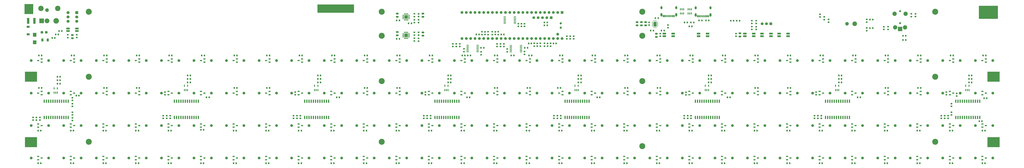
<source format=gbr>
%TF.GenerationSoftware,KiCad,Pcbnew,8.0.6*%
%TF.CreationDate,2025-09-01T21:23:37+02:00*%
%TF.ProjectId,JANKO_KICAD_5,4a414e4b-4f5f-44b4-9943-41445f352e6b,rev?*%
%TF.SameCoordinates,Original*%
%TF.FileFunction,Soldermask,Bot*%
%TF.FilePolarity,Negative*%
%FSLAX46Y46*%
G04 Gerber Fmt 4.6, Leading zero omitted, Abs format (unit mm)*
G04 Created by KiCad (PCBNEW 8.0.6) date 2025-09-01 21:23:37*
%MOMM*%
%LPD*%
G01*
G04 APERTURE LIST*
G04 Aperture macros list*
%AMRoundRect*
0 Rectangle with rounded corners*
0 $1 Rounding radius*
0 $2 $3 $4 $5 $6 $7 $8 $9 X,Y pos of 4 corners*
0 Add a 4 corners polygon primitive as box body*
4,1,4,$2,$3,$4,$5,$6,$7,$8,$9,$2,$3,0*
0 Add four circle primitives for the rounded corners*
1,1,$1+$1,$2,$3*
1,1,$1+$1,$4,$5*
1,1,$1+$1,$6,$7*
1,1,$1+$1,$8,$9*
0 Add four rect primitives between the rounded corners*
20,1,$1+$1,$2,$3,$4,$5,0*
20,1,$1+$1,$4,$5,$6,$7,0*
20,1,$1+$1,$6,$7,$8,$9,0*
20,1,$1+$1,$8,$9,$2,$3,0*%
G04 Aperture macros list end*
%ADD10C,0.100000*%
%ADD11C,3.500000*%
%ADD12RoundRect,0.102000X-0.900000X-0.410000X0.900000X-0.410000X0.900000X0.410000X-0.900000X0.410000X0*%
%ADD13R,1.750000X1.750000*%
%ADD14C,1.750000*%
%ADD15C,1.600000*%
%ADD16R,1.600000X1.600000*%
%ADD17C,1.300000*%
%ADD18C,2.050000*%
%ADD19C,2.690000*%
%ADD20C,2.120000*%
%ADD21R,2.800000X2.800000*%
%ADD22C,3.225000*%
%ADD23C,2.800000*%
%ADD24C,3.135000*%
%ADD25C,1.200000*%
%ADD26R,2.500000X2.500000*%
%ADD27C,2.500000*%
%ADD28RoundRect,0.102000X0.900000X0.410000X-0.900000X0.410000X-0.900000X-0.410000X0.900000X-0.410000X0*%
%ADD29R,1.635000X1.635000*%
%ADD30C,1.635000*%
%ADD31RoundRect,0.225000X0.225000X0.250000X-0.225000X0.250000X-0.225000X-0.250000X0.225000X-0.250000X0*%
%ADD32RoundRect,0.225000X-0.225000X-0.250000X0.225000X-0.250000X0.225000X0.250000X-0.225000X0.250000X0*%
%ADD33R,1.250000X0.700000*%
%ADD34RoundRect,0.225000X0.250000X-0.225000X0.250000X0.225000X-0.250000X0.225000X-0.250000X-0.225000X0*%
%ADD35RoundRect,0.250000X-0.475000X0.250000X-0.475000X-0.250000X0.475000X-0.250000X0.475000X0.250000X0*%
%ADD36RoundRect,0.200000X-0.275000X0.200000X-0.275000X-0.200000X0.275000X-0.200000X0.275000X0.200000X0*%
%ADD37RoundRect,0.225000X-0.250000X0.225000X-0.250000X-0.225000X0.250000X-0.225000X0.250000X0.225000X0*%
%ADD38RoundRect,0.200000X0.200000X0.275000X-0.200000X0.275000X-0.200000X-0.275000X0.200000X-0.275000X0*%
%ADD39R,0.650000X1.950000*%
%ADD40R,0.900000X0.300000*%
%ADD41R,0.300000X0.900000*%
%ADD42R,2.150000X2.150000*%
%ADD43RoundRect,0.200000X-0.200000X-0.275000X0.200000X-0.275000X0.200000X0.275000X-0.200000X0.275000X0*%
%ADD44RoundRect,0.250000X0.475000X-0.250000X0.475000X0.250000X-0.475000X0.250000X-0.475000X-0.250000X0*%
%ADD45RoundRect,0.200000X0.275000X-0.200000X0.275000X0.200000X-0.275000X0.200000X-0.275000X-0.200000X0*%
%ADD46O,1.200000X2.000000*%
%ADD47O,1.200000X1.800000*%
%ADD48R,0.300000X1.300000*%
%ADD49R,0.600000X1.200000*%
%ADD50R,1.475000X0.450000*%
%ADD51R,1.406500X3.499000*%
%ADD52R,1.150000X1.800000*%
%ADD53R,1.700000X1.250000*%
%ADD54R,0.850000X0.250000*%
%ADD55R,0.250000X0.850000*%
%ADD56R,1.700000X2.700000*%
%ADD57R,2.150000X2.200000*%
G04 APERTURE END LIST*
D10*
X500000Y99500000D02*
X5500000Y99500000D01*
X5500000Y93750000D01*
X500000Y93750000D01*
X500000Y99500000D01*
G36*
X500000Y99500000D02*
G01*
X5500000Y99500000D01*
X5500000Y93750000D01*
X500000Y93750000D01*
X500000Y99500000D01*
G37*
X557500000Y98500000D02*
X568500000Y98500000D01*
X568500000Y91000000D01*
X557500000Y91000000D01*
X557500000Y98500000D01*
G36*
X557500000Y98500000D02*
G01*
X568500000Y98500000D01*
X568500000Y91000000D01*
X557500000Y91000000D01*
X557500000Y98500000D01*
G37*
X562500000Y21750000D02*
X569500000Y21750000D01*
X569500000Y16000000D01*
X562500000Y16000000D01*
X562500000Y21750000D01*
G36*
X562500000Y21750000D02*
G01*
X569500000Y21750000D01*
X569500000Y16000000D01*
X562500000Y16000000D01*
X562500000Y21750000D01*
G37*
X171500000Y99250000D02*
X192750000Y99250000D01*
X192750000Y94500000D01*
X171500000Y94500000D01*
X171500000Y99250000D01*
G36*
X171500000Y99250000D02*
G01*
X192750000Y99250000D01*
X192750000Y94500000D01*
X171500000Y94500000D01*
X171500000Y99250000D01*
G37*
X750000Y60000000D02*
X7750000Y60000000D01*
X7750000Y54250000D01*
X750000Y54250000D01*
X750000Y60000000D01*
G36*
X750000Y60000000D02*
G01*
X7750000Y60000000D01*
X7750000Y54250000D01*
X750000Y54250000D01*
X750000Y60000000D01*
G37*
X562500000Y60000000D02*
X569500000Y60000000D01*
X569500000Y54250000D01*
X562500000Y54250000D01*
X562500000Y60000000D01*
G36*
X562500000Y60000000D02*
G01*
X569500000Y60000000D01*
X569500000Y54250000D01*
X562500000Y54250000D01*
X562500000Y60000000D01*
G37*
X750000Y21750000D02*
X7750000Y21750000D01*
X7750000Y16000000D01*
X750000Y16000000D01*
X750000Y21750000D01*
G36*
X750000Y21750000D02*
G01*
X7750000Y21750000D01*
X7750000Y16000000D01*
X750000Y16000000D01*
X750000Y21750000D01*
G37*
D11*
%TO.C,H133*%
X532000000Y19000000D03*
%TD*%
D12*
%TO.C,D3*%
X373900000Y82250000D03*
X373900000Y80750000D03*
X379100000Y80750000D03*
X379100000Y82250000D03*
%TD*%
%TO.C,D4*%
X393900000Y82250000D03*
X393900000Y80750000D03*
X399100000Y80750000D03*
X399100000Y82250000D03*
%TD*%
D11*
%TO.C,H120*%
X532000000Y95000000D03*
%TD*%
%TO.C,H129*%
X38000000Y57000000D03*
%TD*%
%TO.C,H13*%
X361000000Y95000000D03*
%TD*%
D13*
%TO.C,S4*%
X31040000Y94540000D03*
D14*
X31040000Y92000000D03*
X31040000Y89460000D03*
X25960000Y94540000D03*
X25960000Y92000000D03*
X25960000Y89460000D03*
%TD*%
D11*
%TO.C,H132*%
X532000000Y57000000D03*
%TD*%
%TO.C,H128*%
X209000000Y95000000D03*
%TD*%
%TO.C,H124*%
X209000000Y81000000D03*
%TD*%
%TO.C,H134*%
X38000000Y19000000D03*
%TD*%
%TO.C,H9*%
X361000000Y81000000D03*
%TD*%
%TO.C,H135*%
X209000000Y54500000D03*
%TD*%
%TO.C,H130*%
X209000000Y19000000D03*
%TD*%
D12*
%TO.C,D6*%
X430900000Y82250000D03*
X430900000Y80750000D03*
X436100000Y80750000D03*
X436100000Y82250000D03*
%TD*%
%TO.C,D7*%
X440900000Y82250000D03*
X440900000Y80750000D03*
X446100000Y80750000D03*
X446100000Y82250000D03*
%TD*%
%TO.C,D5*%
X420900000Y82250000D03*
X420900000Y80750000D03*
X426100000Y80750000D03*
X426100000Y82250000D03*
%TD*%
D11*
%TO.C,H137*%
X361000000Y54500000D03*
%TD*%
D15*
%TO.C,C3*%
X10729999Y83000000D03*
X13270001Y83000000D03*
%TD*%
D11*
%TO.C,H138*%
X361000000Y16500000D03*
%TD*%
D16*
%TO.C,U3*%
X314210000Y94620000D03*
D15*
X311670000Y94620000D03*
X309130000Y94620000D03*
X306590000Y94620000D03*
X304050000Y94620000D03*
X301510000Y94620000D03*
X298970000Y94620000D03*
X296430000Y94620000D03*
X293890000Y94620000D03*
X291350000Y94620000D03*
X288810000Y94620000D03*
X286270000Y94620000D03*
X283730000Y94620000D03*
X281190000Y94620000D03*
X278650000Y94620000D03*
X276110000Y94620000D03*
X273570000Y94620000D03*
X271030000Y94620000D03*
X268490000Y94620000D03*
X265950000Y94620000D03*
X263410000Y94620000D03*
X260870000Y94620000D03*
X258330000Y94620000D03*
X255790000Y94620000D03*
X255790000Y79380000D03*
X258330000Y79380000D03*
X260870000Y79380000D03*
X263410000Y79380000D03*
X265950000Y79380000D03*
X268490000Y79380000D03*
X271030000Y79380000D03*
X273570000Y79380000D03*
X276110000Y79380000D03*
X278650000Y79380000D03*
X281190000Y79380000D03*
X283730000Y79380000D03*
X286270000Y79380000D03*
X288810000Y79380000D03*
X291350000Y79380000D03*
X293890000Y79380000D03*
X296430000Y79380000D03*
X298970000Y79380000D03*
X301510000Y79380000D03*
X304050000Y79380000D03*
X306590000Y79380000D03*
X309130000Y79380000D03*
X311670000Y79380000D03*
X314210000Y79380000D03*
X311670000Y81920000D03*
D16*
X307910800Y91569200D03*
D15*
X305370800Y91569200D03*
X302830800Y91569200D03*
X300290800Y91569200D03*
X297750800Y91569200D03*
D17*
X313480000Y85730000D03*
X313480000Y88270000D03*
%TD*%
D18*
%TO.C,U2*%
X480500000Y88000000D03*
D19*
X485000000Y88000000D03*
%TD*%
D20*
%TO.C,J1*%
X13692000Y96000000D03*
D21*
X10492000Y89700000D03*
D22*
X18992000Y89700000D03*
D23*
X13692000Y89700000D03*
D24*
X10092000Y97000000D03*
X19892000Y97000000D03*
%TD*%
D25*
%TO.C,J2*%
X511500000Y95380000D03*
X511500000Y88380000D03*
D26*
X511500000Y85000000D03*
D27*
X514700000Y93880000D03*
X508650000Y85880000D03*
X514350000Y85880000D03*
X508300000Y93880000D03*
%TD*%
D28*
%TO.C,D2*%
X31100000Y83750000D03*
X31100000Y85250000D03*
X25900000Y85250000D03*
X25900000Y83750000D03*
%TD*%
D11*
%TO.C,H1*%
X38000000Y95000000D03*
%TD*%
D29*
%TO.C,S1*%
X436040000Y88000000D03*
D30*
X433500000Y88000000D03*
X430960000Y88000000D03*
%TD*%
D31*
%TO.C,C147*%
X200500000Y50500000D03*
X198950000Y50500000D03*
%TD*%
D32*
%TO.C,C1*%
X18700000Y81750000D03*
X20250000Y81750000D03*
%TD*%
%TO.C,C187*%
X46500000Y6500000D03*
X48050000Y6500000D03*
%TD*%
D15*
%TO.C,H31*%
X99420000Y9500000D03*
X109580000Y9500000D03*
D33*
X103500000Y8550000D03*
X103500000Y10450000D03*
X105500000Y9500000D03*
%TD*%
D34*
%TO.C,C106*%
X235500000Y32725000D03*
X235500000Y34275000D03*
%TD*%
D15*
%TO.C,H80*%
X346420000Y9500000D03*
X356580000Y9500000D03*
D33*
X350500000Y8550000D03*
X350500000Y10450000D03*
X352500000Y9500000D03*
%TD*%
D34*
%TO.C,C201*%
X313500000Y32725000D03*
X313500000Y34275000D03*
%TD*%
D15*
%TO.C,H43*%
X175420000Y28500000D03*
X185580000Y28500000D03*
D33*
X179500000Y27550000D03*
X179500000Y29450000D03*
X181500000Y28500000D03*
%TD*%
D32*
%TO.C,C50*%
X521500000Y25500000D03*
X523050000Y25500000D03*
%TD*%
D35*
%TO.C,C190*%
X369250000Y82200000D03*
X369250000Y80300000D03*
%TD*%
D15*
%TO.C,H94*%
X384420000Y9500000D03*
X394580000Y9500000D03*
D33*
X388500000Y8550000D03*
X388500000Y10450000D03*
X390500000Y9500000D03*
%TD*%
D15*
%TO.C,H45*%
X137420000Y9500000D03*
X147580000Y9500000D03*
D33*
X141500000Y8550000D03*
X141500000Y10450000D03*
X143500000Y9500000D03*
%TD*%
D32*
%TO.C,C82*%
X369500000Y25500000D03*
X371050000Y25500000D03*
%TD*%
D36*
%TO.C,R8*%
X228000000Y79550000D03*
X228000000Y77900000D03*
%TD*%
%TO.C,R6*%
X228000000Y93825000D03*
X228000000Y92175000D03*
%TD*%
D34*
%TO.C,C198*%
X539500000Y32725000D03*
X539500000Y34275000D03*
%TD*%
%TO.C,C45*%
X538500000Y46500000D03*
X538500000Y48050000D03*
%TD*%
D32*
%TO.C,C100*%
X331500000Y6500000D03*
X333050000Y6500000D03*
%TD*%
D15*
%TO.C,H122*%
X536420000Y28500000D03*
X546580000Y28500000D03*
D33*
X540500000Y27550000D03*
X540500000Y29450000D03*
X542500000Y28500000D03*
%TD*%
D32*
%TO.C,C168*%
X103500000Y26000000D03*
X105050000Y26000000D03*
%TD*%
D34*
%TO.C,C21*%
X278300000Y74725000D03*
X278300000Y76275000D03*
%TD*%
D37*
%TO.C,C51*%
X464750000Y93525000D03*
X464750000Y91975000D03*
%TD*%
D32*
%TO.C,C137*%
X236500000Y25500000D03*
X238050000Y25500000D03*
%TD*%
%TO.C,C1u2*%
X95725000Y57750000D03*
X97275000Y57750000D03*
%TD*%
%TO.C,C65*%
X464500000Y25500000D03*
X466050000Y25500000D03*
%TD*%
D31*
%TO.C,C127*%
X276500000Y69500000D03*
X274950000Y69500000D03*
%TD*%
D32*
%TO.C,C216*%
X294725000Y76500000D03*
X296275000Y76500000D03*
%TD*%
D36*
%TO.C,R43*%
X307500000Y76575000D03*
X307500000Y74925000D03*
%TD*%
D15*
%TO.C,H6*%
X14580000Y47500000D03*
X4420000Y47500000D03*
D33*
X10500000Y48450000D03*
X10500000Y46550000D03*
X8500000Y47500000D03*
%TD*%
D15*
%TO.C,H67*%
X337580000Y66500000D03*
X327420000Y66500000D03*
D33*
X333500000Y67450000D03*
X333500000Y65550000D03*
X331500000Y66500000D03*
%TD*%
D15*
%TO.C,H92*%
X422420000Y28500000D03*
X432580000Y28500000D03*
D33*
X426500000Y27550000D03*
X426500000Y29450000D03*
X428500000Y28500000D03*
%TD*%
D32*
%TO.C,C170*%
X65500000Y25500000D03*
X67050000Y25500000D03*
%TD*%
D15*
%TO.C,H104*%
X508580000Y47500000D03*
X498420000Y47500000D03*
D33*
X504500000Y48450000D03*
X504500000Y46550000D03*
X502500000Y47500000D03*
%TD*%
D37*
%TO.C,C222*%
X288750000Y88025000D03*
X288750000Y86475000D03*
%TD*%
D32*
%TO.C,C169*%
X84500000Y25500000D03*
X86050000Y25500000D03*
%TD*%
%TO.C,C164*%
X106725000Y45000000D03*
X108275000Y45000000D03*
%TD*%
D15*
%TO.C,H48*%
X194420000Y9500000D03*
X204580000Y9500000D03*
D33*
X198500000Y8550000D03*
X198500000Y10450000D03*
X200500000Y9500000D03*
%TD*%
D15*
%TO.C,H14*%
X4420000Y9500000D03*
X14580000Y9500000D03*
D33*
X8500000Y8550000D03*
X8500000Y10450000D03*
X10500000Y9500000D03*
%TD*%
D15*
%TO.C,H47*%
X175420000Y9500000D03*
X185580000Y9500000D03*
D33*
X179500000Y8550000D03*
X179500000Y10450000D03*
X181500000Y9500000D03*
%TD*%
D32*
%TO.C,C167*%
X122500000Y25500000D03*
X124050000Y25500000D03*
%TD*%
D38*
%TO.C,R18*%
X226325000Y88250000D03*
X224675000Y88250000D03*
%TD*%
D39*
%TO.C,MUX4*%
X240015000Y42725000D03*
X241285000Y42725000D03*
X242555000Y42725000D03*
X243825000Y42725000D03*
X245095000Y42725000D03*
X246365000Y42725000D03*
X247635000Y42725000D03*
X248905000Y42725000D03*
X250175000Y42725000D03*
X251445000Y42725000D03*
X252715000Y42725000D03*
X253985000Y42725000D03*
X253985000Y33275000D03*
X252715000Y33275000D03*
X251445000Y33275000D03*
X250175000Y33275000D03*
X248905000Y33275000D03*
X247635000Y33275000D03*
X246365000Y33275000D03*
X245095000Y33275000D03*
X243825000Y33275000D03*
X242555000Y33275000D03*
X241285000Y33275000D03*
X240015000Y33275000D03*
%TD*%
D34*
%TO.C,C114*%
X492000000Y83975000D03*
X492000000Y85525000D03*
%TD*%
%TO.C,C211*%
X520500000Y92225000D03*
X520500000Y93775000D03*
%TD*%
D39*
%TO.C,MUX7*%
X468015000Y42725000D03*
X469285000Y42725000D03*
X470555000Y42725000D03*
X471825000Y42725000D03*
X473095000Y42725000D03*
X474365000Y42725000D03*
X475635000Y42725000D03*
X476905000Y42725000D03*
X478175000Y42725000D03*
X479445000Y42725000D03*
X480715000Y42725000D03*
X481985000Y42725000D03*
X481985000Y33275000D03*
X480715000Y33275000D03*
X479445000Y33275000D03*
X478175000Y33275000D03*
X476905000Y33275000D03*
X475635000Y33275000D03*
X474365000Y33275000D03*
X473095000Y33275000D03*
X471825000Y33275000D03*
X470555000Y33275000D03*
X469285000Y33275000D03*
X468015000Y33275000D03*
%TD*%
D15*
%TO.C,H89*%
X365420000Y28500000D03*
X375580000Y28500000D03*
D33*
X369500000Y27550000D03*
X369500000Y29450000D03*
X371500000Y28500000D03*
%TD*%
D32*
%TO.C,C121*%
X551725000Y55750000D03*
X553275000Y55750000D03*
%TD*%
D35*
%TO.C,C117*%
X360500000Y88950000D03*
X360500000Y87050000D03*
%TD*%
D15*
%TO.C,H99*%
X489580000Y66500000D03*
X479420000Y66500000D03*
D33*
X485500000Y67450000D03*
X485500000Y65550000D03*
X483500000Y66500000D03*
%TD*%
D40*
%TO.C,IC3*%
X224881250Y93000000D03*
X224881250Y92500000D03*
X224881250Y92000000D03*
X224881250Y91500000D03*
X224881250Y91000000D03*
D41*
X224181250Y90300000D03*
X223681250Y90300000D03*
X223181250Y90300000D03*
X222681250Y90300000D03*
X222181250Y90300000D03*
D40*
X221481250Y91000000D03*
X221481250Y91500000D03*
X221481250Y92000000D03*
X221481250Y92500000D03*
X221481250Y93000000D03*
D41*
X222181250Y93700000D03*
X222681250Y93700000D03*
X223181250Y93700000D03*
X223681250Y93700000D03*
X224181250Y93700000D03*
D42*
X223181250Y92000000D03*
%TD*%
D31*
%TO.C,C221*%
X390025000Y86500000D03*
X388475000Y86500000D03*
%TD*%
D43*
%TO.C,R17*%
X266925000Y74000000D03*
X268575000Y74000000D03*
%TD*%
D15*
%TO.C,H121*%
X517420000Y28500000D03*
X527580000Y28500000D03*
D33*
X521500000Y27550000D03*
X521500000Y29450000D03*
X523500000Y28500000D03*
%TD*%
D32*
%TO.C,C54*%
X521500000Y6500000D03*
X523050000Y6500000D03*
%TD*%
%TO.C,C210*%
X513225000Y78500000D03*
X514775000Y78500000D03*
%TD*%
%TO.C,C120*%
X475725000Y53750000D03*
X477275000Y53750000D03*
%TD*%
%TO.C,C81*%
X388500000Y25500000D03*
X390050000Y25500000D03*
%TD*%
D37*
%TO.C,C32*%
X28500000Y44775000D03*
X28500000Y43225000D03*
%TD*%
D34*
%TO.C,C165*%
X82500000Y46500000D03*
X82500000Y48050000D03*
%TD*%
D32*
%TO.C,C99*%
X350500000Y6500000D03*
X352050000Y6500000D03*
%TD*%
D44*
%TO.C,C11*%
X218000000Y81275000D03*
X218000000Y83175000D03*
%TD*%
D32*
%TO.C,C1u4*%
X247725000Y57750000D03*
X249275000Y57750000D03*
%TD*%
D45*
%TO.C,R32*%
X425000000Y88175000D03*
X425000000Y89825000D03*
%TD*%
D32*
%TO.C,C186*%
X20700000Y83750000D03*
X22250000Y83750000D03*
%TD*%
%TO.C,C119*%
X475725000Y55750000D03*
X477275000Y55750000D03*
%TD*%
D15*
%TO.C,H11*%
X23420000Y28500000D03*
X33580000Y28500000D03*
D33*
X27500000Y27550000D03*
X27500000Y29450000D03*
X29500000Y28500000D03*
%TD*%
D34*
%TO.C,C37*%
X81500000Y32725000D03*
X81500000Y34275000D03*
%TD*%
D32*
%TO.C,C173*%
X84500000Y6500000D03*
X86050000Y6500000D03*
%TD*%
%TO.C,C29*%
X247725000Y55750000D03*
X249275000Y55750000D03*
%TD*%
D31*
%TO.C,C176*%
X29500000Y69500000D03*
X27950000Y69500000D03*
%TD*%
D15*
%TO.C,H70*%
X318580000Y47500000D03*
X308420000Y47500000D03*
D33*
X314500000Y48450000D03*
X314500000Y46550000D03*
X312500000Y47500000D03*
%TD*%
D43*
%TO.C,R40*%
X513175000Y81000000D03*
X514825000Y81000000D03*
%TD*%
D31*
%TO.C,C6*%
X559275000Y31000000D03*
X557725000Y31000000D03*
%TD*%
D32*
%TO.C,C48*%
X559500000Y25500000D03*
X561050000Y25500000D03*
%TD*%
D15*
%TO.C,H107*%
X479420000Y28500000D03*
X489580000Y28500000D03*
D33*
X483500000Y27550000D03*
X483500000Y29450000D03*
X485500000Y28500000D03*
%TD*%
D46*
%TO.C,HOST1*%
X372175000Y93245500D03*
X380825000Y93245500D03*
D47*
X380825000Y97425500D03*
X372175000Y97425500D03*
D48*
X373150000Y92477500D03*
X373950000Y92477500D03*
X375250000Y92477500D03*
X376250000Y92477500D03*
X376750000Y92477500D03*
X377749500Y92477500D03*
X379050000Y92477500D03*
X379850000Y92477500D03*
X379550000Y92477500D03*
X378750000Y92477500D03*
X378250000Y92477500D03*
X377250000Y92477500D03*
X375750000Y92477500D03*
X374750000Y92477500D03*
X374250000Y92477500D03*
X373450000Y92477500D03*
%TD*%
D31*
%TO.C,C41*%
X542500000Y69500000D03*
X540950000Y69500000D03*
%TD*%
%TO.C,C46*%
X523500000Y50500000D03*
X521950000Y50500000D03*
%TD*%
%TO.C,C55*%
X504500000Y69500000D03*
X502950000Y69500000D03*
%TD*%
%TO.C,C74*%
X371275000Y69500000D03*
X369725000Y69500000D03*
%TD*%
D15*
%TO.C,H24*%
X128580000Y47500000D03*
X118420000Y47500000D03*
D33*
X124500000Y48450000D03*
X124500000Y46550000D03*
X122500000Y47500000D03*
%TD*%
D32*
%TO.C,C140*%
X255500000Y6500000D03*
X257050000Y6500000D03*
%TD*%
%TO.C,C98*%
X293500000Y25500000D03*
X295050000Y25500000D03*
%TD*%
D37*
%TO.C,C116*%
X427500000Y89775000D03*
X427500000Y88225000D03*
%TD*%
D45*
%TO.C,R41*%
X518000000Y92175000D03*
X518000000Y93825000D03*
%TD*%
D38*
%TO.C,R1*%
X370325000Y91300000D03*
X368675000Y91300000D03*
%TD*%
D32*
%TO.C,C122*%
X551725000Y53750000D03*
X553275000Y53750000D03*
%TD*%
D34*
%TO.C,C202*%
X311500000Y32725000D03*
X311500000Y34275000D03*
%TD*%
D32*
%TO.C,C152*%
X179500000Y25500000D03*
X181050000Y25500000D03*
%TD*%
%TO.C,C79*%
X426500000Y25500000D03*
X428050000Y25500000D03*
%TD*%
D15*
%TO.C,H55*%
X251420000Y47500000D03*
X261580000Y47500000D03*
D33*
X255500000Y46550000D03*
X255500000Y48450000D03*
X257500000Y47500000D03*
%TD*%
D15*
%TO.C,H15*%
X23420000Y9500000D03*
X33580000Y9500000D03*
D33*
X27500000Y8550000D03*
X27500000Y10450000D03*
X29500000Y9500000D03*
%TD*%
D31*
%TO.C,C143*%
X200500000Y69500000D03*
X198950000Y69500000D03*
%TD*%
D15*
%TO.C,H46*%
X156420000Y9500000D03*
X166580000Y9500000D03*
D33*
X160500000Y8550000D03*
X160500000Y10450000D03*
X162500000Y9500000D03*
%TD*%
D32*
%TO.C,C66*%
X445500000Y25500000D03*
X447050000Y25500000D03*
%TD*%
%TO.C,C85*%
X388500000Y6500000D03*
X390050000Y6500000D03*
%TD*%
D43*
%TO.C,R26*%
X394175000Y90000000D03*
X395825000Y90000000D03*
%TD*%
D31*
%TO.C,C166*%
X67500000Y50500000D03*
X65950000Y50500000D03*
%TD*%
D15*
%TO.C,H10*%
X4420000Y28500000D03*
X14580000Y28500000D03*
D33*
X8500000Y27550000D03*
X8500000Y29450000D03*
X10500000Y28500000D03*
%TD*%
D43*
%TO.C,R37*%
X372175000Y84000000D03*
X373825000Y84000000D03*
%TD*%
D31*
%TO.C,C130*%
X219500000Y69500000D03*
X217950000Y69500000D03*
%TD*%
D49*
%TO.C,OPA4*%
X247700000Y49250000D03*
X246750000Y49250000D03*
X245800000Y49250000D03*
X245800000Y51750000D03*
X247700000Y51750000D03*
%TD*%
D15*
%TO.C,H51*%
X261580000Y66500000D03*
X251420000Y66500000D03*
D33*
X257500000Y67450000D03*
X257500000Y65550000D03*
X255500000Y66500000D03*
%TD*%
D15*
%TO.C,H74*%
X308420000Y28500000D03*
X318580000Y28500000D03*
D33*
X312500000Y27550000D03*
X312500000Y29450000D03*
X314500000Y28500000D03*
%TD*%
D32*
%TO.C,C171*%
X122500000Y6500000D03*
X124050000Y6500000D03*
%TD*%
D15*
%TO.C,H98*%
X470580000Y66500000D03*
X460420000Y66500000D03*
D33*
X466500000Y67450000D03*
X466500000Y65550000D03*
X464500000Y66500000D03*
%TD*%
D32*
%TO.C,C135*%
X274500000Y25500000D03*
X276050000Y25500000D03*
%TD*%
%TO.C,C156*%
X179500000Y6500000D03*
X181050000Y6500000D03*
%TD*%
D31*
%TO.C,C91*%
X352500000Y50500000D03*
X350950000Y50500000D03*
%TD*%
D37*
%TO.C,C5*%
X321000000Y80775000D03*
X321000000Y79225000D03*
%TD*%
D15*
%TO.C,H36*%
X204580000Y66500000D03*
X194420000Y66500000D03*
D33*
X200500000Y67450000D03*
X200500000Y65550000D03*
X198500000Y66500000D03*
%TD*%
D39*
%TO.C,MUX2*%
X88015000Y42725000D03*
X89285000Y42725000D03*
X90555000Y42725000D03*
X91825000Y42725000D03*
X93095000Y42725000D03*
X94365000Y42725000D03*
X95635000Y42725000D03*
X96905000Y42725000D03*
X98175000Y42725000D03*
X99445000Y42725000D03*
X100715000Y42725000D03*
X101985000Y42725000D03*
X101985000Y33275000D03*
X100715000Y33275000D03*
X99445000Y33275000D03*
X98175000Y33275000D03*
X96905000Y33275000D03*
X95635000Y33275000D03*
X94365000Y33275000D03*
X93095000Y33275000D03*
X91825000Y33275000D03*
X90555000Y33275000D03*
X89285000Y33275000D03*
X88015000Y33275000D03*
%TD*%
D32*
%TO.C,C24*%
X19725000Y55000000D03*
X21275000Y55000000D03*
%TD*%
D34*
%TO.C,C219*%
X269250000Y81725000D03*
X269250000Y83275000D03*
%TD*%
D15*
%TO.C,H77*%
X289420000Y9500000D03*
X299580000Y9500000D03*
D33*
X293500000Y8550000D03*
X293500000Y10450000D03*
X295500000Y9500000D03*
%TD*%
D15*
%TO.C,H58*%
X232420000Y28500000D03*
X242580000Y28500000D03*
D33*
X236500000Y27550000D03*
X236500000Y29450000D03*
X238500000Y28500000D03*
%TD*%
D15*
%TO.C,H82*%
X394580000Y66500000D03*
X384420000Y66500000D03*
D33*
X390500000Y67450000D03*
X390500000Y65550000D03*
X388500000Y66500000D03*
%TD*%
D31*
%TO.C,C145*%
X162500000Y69500000D03*
X160950000Y69500000D03*
%TD*%
D38*
%TO.C,R14*%
X260825000Y69500000D03*
X259175000Y69500000D03*
%TD*%
D49*
%TO.C,OPA3*%
X171700000Y49250000D03*
X170750000Y49250000D03*
X169800000Y49250000D03*
X169800000Y51750000D03*
X171700000Y51750000D03*
%TD*%
D34*
%TO.C,C178*%
X427500000Y84725000D03*
X427500000Y86275000D03*
%TD*%
%TO.C,C31*%
X28500000Y31450000D03*
X28500000Y33000000D03*
%TD*%
D31*
%TO.C,C88*%
X333500000Y69500000D03*
X331950000Y69500000D03*
%TD*%
D15*
%TO.C,H28*%
X118420000Y28500000D03*
X128580000Y28500000D03*
D33*
X122500000Y27550000D03*
X122500000Y29450000D03*
X124500000Y28500000D03*
%TD*%
D15*
%TO.C,H39*%
X175420000Y47500000D03*
X185580000Y47500000D03*
D33*
X179500000Y46550000D03*
X179500000Y48450000D03*
X181500000Y47500000D03*
%TD*%
D37*
%TO.C,C209*%
X290500000Y88025000D03*
X290500000Y86475000D03*
%TD*%
D15*
%TO.C,H112*%
X498420000Y9500000D03*
X508580000Y9500000D03*
D33*
X502500000Y8550000D03*
X502500000Y10450000D03*
X504500000Y9500000D03*
%TD*%
D32*
%TO.C,C28*%
X171725000Y53750000D03*
X173275000Y53750000D03*
%TD*%
D15*
%TO.C,H114*%
X546580000Y66500000D03*
X536420000Y66500000D03*
D33*
X542500000Y67450000D03*
X542500000Y65550000D03*
X540500000Y66500000D03*
%TD*%
D15*
%TO.C,H68*%
X356580000Y66500000D03*
X346420000Y66500000D03*
D33*
X352500000Y67450000D03*
X352500000Y65550000D03*
X350500000Y66500000D03*
%TD*%
D32*
%TO.C,C220*%
X264200000Y81750000D03*
X265750000Y81750000D03*
%TD*%
D34*
%TO.C,C10*%
X541500000Y39725000D03*
X541500000Y41275000D03*
%TD*%
%TO.C,C133*%
X234500000Y46500000D03*
X234500000Y48050000D03*
%TD*%
D36*
%TO.C,R42*%
X504500000Y86325000D03*
X504500000Y84675000D03*
%TD*%
D34*
%TO.C,C77*%
X386500000Y46450000D03*
X386500000Y48000000D03*
%TD*%
%TO.C,C18*%
X250500000Y74725000D03*
X250500000Y76275000D03*
%TD*%
D32*
%TO.C,C1u7*%
X475725000Y57750000D03*
X477275000Y57750000D03*
%TD*%
%TO.C,C213*%
X309225000Y76500000D03*
X310775000Y76500000D03*
%TD*%
D39*
%TO.C,MUX6*%
X392015000Y42725000D03*
X393285000Y42725000D03*
X394555000Y42725000D03*
X395825000Y42725000D03*
X397095000Y42725000D03*
X398365000Y42725000D03*
X399635000Y42725000D03*
X400905000Y42725000D03*
X402175000Y42725000D03*
X403445000Y42725000D03*
X404715000Y42725000D03*
X405985000Y42725000D03*
X405985000Y33275000D03*
X404715000Y33275000D03*
X403445000Y33275000D03*
X402175000Y33275000D03*
X400905000Y33275000D03*
X399635000Y33275000D03*
X398365000Y33275000D03*
X397095000Y33275000D03*
X395825000Y33275000D03*
X394555000Y33275000D03*
X393285000Y33275000D03*
X392015000Y33275000D03*
%TD*%
D15*
%TO.C,H29*%
X61420000Y9500000D03*
X71580000Y9500000D03*
D33*
X65500000Y8550000D03*
X65500000Y10450000D03*
X67500000Y9500000D03*
%TD*%
D34*
%TO.C,C9*%
X541500000Y34725000D03*
X541500000Y36275000D03*
%TD*%
D32*
%TO.C,C76*%
X410725000Y45000000D03*
X412275000Y45000000D03*
%TD*%
D15*
%TO.C,H37*%
X147580000Y47500000D03*
X137420000Y47500000D03*
D33*
X143500000Y48450000D03*
X143500000Y46550000D03*
X141500000Y47500000D03*
%TD*%
D15*
%TO.C,H25*%
X61420000Y28500000D03*
X71580000Y28500000D03*
D33*
X65500000Y27550000D03*
X65500000Y29450000D03*
X67500000Y28500000D03*
%TD*%
D31*
%TO.C,C162*%
X67500000Y69500000D03*
X65950000Y69500000D03*
%TD*%
D15*
%TO.C,H91*%
X403420000Y28500000D03*
X413580000Y28500000D03*
D33*
X407500000Y27550000D03*
X407500000Y29450000D03*
X409500000Y28500000D03*
%TD*%
D32*
%TO.C,C52*%
X559500000Y6500000D03*
X561050000Y6500000D03*
%TD*%
D38*
%TO.C,R7*%
X305575000Y87055000D03*
X303925000Y87055000D03*
%TD*%
D15*
%TO.C,H126*%
X536420000Y9500000D03*
X546580000Y9500000D03*
D33*
X540500000Y8550000D03*
X540500000Y10450000D03*
X542500000Y9500000D03*
%TD*%
D34*
%TO.C,C16*%
X254500000Y74725000D03*
X254500000Y76275000D03*
%TD*%
D15*
%TO.C,H106*%
X460420000Y28500000D03*
X470580000Y28500000D03*
D33*
X464500000Y27550000D03*
X464500000Y29450000D03*
X466500000Y28500000D03*
%TD*%
D40*
%TO.C,IC2*%
X224881250Y82225000D03*
X224881250Y81725000D03*
X224881250Y81225000D03*
X224881250Y80725000D03*
X224881250Y80225000D03*
D41*
X224181250Y79525000D03*
X223681250Y79525000D03*
X223181250Y79525000D03*
X222681250Y79525000D03*
X222181250Y79525000D03*
D40*
X221481250Y80225000D03*
X221481250Y80725000D03*
X221481250Y81225000D03*
X221481250Y81725000D03*
X221481250Y82225000D03*
D41*
X222181250Y82925000D03*
X222681250Y82925000D03*
X223181250Y82925000D03*
X223681250Y82925000D03*
X224181250Y82925000D03*
D42*
X223181250Y81225000D03*
%TD*%
D32*
%TO.C,C101*%
X312500000Y6500000D03*
X314050000Y6500000D03*
%TD*%
D49*
%TO.C,OPA1*%
X19700000Y47750000D03*
X18750000Y47750000D03*
X17800000Y47750000D03*
X17800000Y50250000D03*
X19700000Y50250000D03*
%TD*%
D31*
%TO.C,C144*%
X181500000Y69500000D03*
X179950000Y69500000D03*
%TD*%
D37*
%TO.C,C113*%
X317000000Y80775000D03*
X317000000Y79225000D03*
%TD*%
D15*
%TO.C,H60*%
X270420000Y28500000D03*
X280580000Y28500000D03*
D33*
X274500000Y27550000D03*
X274500000Y29450000D03*
X276500000Y28500000D03*
%TD*%
D15*
%TO.C,H100*%
X508580000Y66500000D03*
X498420000Y66500000D03*
D33*
X504500000Y67450000D03*
X504500000Y65550000D03*
X502500000Y66500000D03*
%TD*%
D32*
%TO.C,C83*%
X426500000Y6500000D03*
X428050000Y6500000D03*
%TD*%
%TO.C,C27*%
X171725000Y55750000D03*
X173275000Y55750000D03*
%TD*%
D36*
%TO.C,R33*%
X425000000Y86325000D03*
X425000000Y84675000D03*
%TD*%
D34*
%TO.C,C126*%
X465500000Y32725000D03*
X465500000Y34275000D03*
%TD*%
D31*
%TO.C,C89*%
X314500000Y69500000D03*
X312950000Y69500000D03*
%TD*%
D15*
%TO.C,H103*%
X479420000Y47500000D03*
X489580000Y47500000D03*
D33*
X483500000Y46550000D03*
X483500000Y48450000D03*
X485500000Y47500000D03*
%TD*%
D32*
%TO.C,C189*%
X8500000Y6500000D03*
X10050000Y6500000D03*
%TD*%
D50*
%TO.C,B3*%
X280792000Y88250000D03*
X280792000Y88900000D03*
X280792000Y89550000D03*
X280792000Y90200000D03*
X280792000Y90850000D03*
X280792000Y91500000D03*
X280792000Y92150000D03*
X286668000Y92150000D03*
X286668000Y91500000D03*
X286668000Y90850000D03*
X286668000Y90200000D03*
X286668000Y89550000D03*
X286668000Y88900000D03*
X286668000Y88250000D03*
%TD*%
D49*
%TO.C,OPA6*%
X399700000Y49250000D03*
X398750000Y49250000D03*
X397800000Y49250000D03*
X397800000Y51750000D03*
X399700000Y51750000D03*
%TD*%
D15*
%TO.C,H78*%
X308420000Y9500000D03*
X318580000Y9500000D03*
D33*
X312500000Y8550000D03*
X312500000Y10450000D03*
X314500000Y9500000D03*
%TD*%
D15*
%TO.C,H65*%
X299580000Y66500000D03*
X289420000Y66500000D03*
D33*
X295500000Y67450000D03*
X295500000Y65550000D03*
X293500000Y66500000D03*
%TD*%
D15*
%TO.C,H119*%
X555420000Y47500000D03*
X565580000Y47500000D03*
D33*
X559500000Y46550000D03*
X559500000Y48450000D03*
X561500000Y47500000D03*
%TD*%
D37*
%TO.C,C4*%
X319000000Y80775000D03*
X319000000Y79225000D03*
%TD*%
D32*
%TO.C,C95*%
X350500000Y25500000D03*
X352050000Y25500000D03*
%TD*%
%TO.C,C183*%
X46500000Y25500000D03*
X48050000Y25500000D03*
%TD*%
D15*
%TO.C,H109*%
X441420000Y9500000D03*
X451580000Y9500000D03*
D33*
X445500000Y8550000D03*
X445500000Y10450000D03*
X447500000Y9500000D03*
%TD*%
D32*
%TO.C,C64*%
X483500000Y25500000D03*
X485050000Y25500000D03*
%TD*%
D45*
%TO.C,R47*%
X277000000Y81675000D03*
X277000000Y83325000D03*
%TD*%
%TO.C,R16*%
X257000000Y71675000D03*
X257000000Y73325000D03*
%TD*%
%TO.C,R48*%
X273500000Y81675000D03*
X273500000Y83325000D03*
%TD*%
D34*
%TO.C,C149*%
X158500000Y46500000D03*
X158500000Y48050000D03*
%TD*%
D15*
%TO.C,H117*%
X527580000Y47500000D03*
X517420000Y47500000D03*
D33*
X523500000Y48450000D03*
X523500000Y46550000D03*
X521500000Y47500000D03*
%TD*%
D15*
%TO.C,H113*%
X527580000Y66500000D03*
X517420000Y66500000D03*
D33*
X523500000Y67450000D03*
X523500000Y65550000D03*
X521500000Y66500000D03*
%TD*%
D37*
%TO.C,C214*%
X305750000Y76525000D03*
X305750000Y74975000D03*
%TD*%
D50*
%TO.C,B2*%
X264938000Y75450000D03*
X264938000Y74800000D03*
X264938000Y74150000D03*
X264938000Y73500000D03*
X264938000Y72850000D03*
X264938000Y72200000D03*
X264938000Y71550000D03*
X259062000Y71550000D03*
X259062000Y72200000D03*
X259062000Y72850000D03*
X259062000Y73500000D03*
X259062000Y74150000D03*
X259062000Y74800000D03*
X259062000Y75450000D03*
%TD*%
D45*
%TO.C,R38*%
X25750000Y79925000D03*
X25750000Y81575000D03*
%TD*%
D15*
%TO.C,H3*%
X33580000Y66500000D03*
X23420000Y66500000D03*
D33*
X29500000Y67450000D03*
X29500000Y65550000D03*
X27500000Y66500000D03*
%TD*%
D15*
%TO.C,H93*%
X365420000Y9500000D03*
X375580000Y9500000D03*
D33*
X369500000Y8550000D03*
X369500000Y10450000D03*
X371500000Y9500000D03*
%TD*%
D49*
%TO.C,IC4*%
X387800000Y96500000D03*
X388750000Y96500000D03*
X389700000Y96500000D03*
X389700000Y94000000D03*
X388750000Y94000000D03*
X387800000Y94000000D03*
%TD*%
D31*
%TO.C,C131*%
X276500000Y50500000D03*
X274950000Y50500000D03*
%TD*%
%TO.C,C62*%
X447500000Y50500000D03*
X445950000Y50500000D03*
%TD*%
D34*
%TO.C,C196*%
X463500000Y32725000D03*
X463500000Y34275000D03*
%TD*%
D15*
%TO.C,H17*%
X71580000Y66500000D03*
X61420000Y66500000D03*
D33*
X67500000Y67450000D03*
X67500000Y65550000D03*
X65500000Y66500000D03*
%TD*%
D31*
%TO.C,C90*%
X296500000Y69500000D03*
X294950000Y69500000D03*
%TD*%
D32*
%TO.C,C151*%
X198500000Y25500000D03*
X200050000Y25500000D03*
%TD*%
D15*
%TO.C,H90*%
X384420000Y28500000D03*
X394580000Y28500000D03*
D33*
X388500000Y27550000D03*
X388500000Y29450000D03*
X390500000Y28500000D03*
%TD*%
D32*
%TO.C,C53*%
X540500000Y6500000D03*
X542050000Y6500000D03*
%TD*%
D15*
%TO.C,H102*%
X460420000Y47500000D03*
X470580000Y47500000D03*
D33*
X464500000Y46550000D03*
X464500000Y48450000D03*
X466500000Y47500000D03*
%TD*%
D39*
%TO.C,MUX5*%
X316015000Y42725000D03*
X317285000Y42725000D03*
X318555000Y42725000D03*
X319825000Y42725000D03*
X321095000Y42725000D03*
X322365000Y42725000D03*
X323635000Y42725000D03*
X324905000Y42725000D03*
X326175000Y42725000D03*
X327445000Y42725000D03*
X328715000Y42725000D03*
X329985000Y42725000D03*
X329985000Y33275000D03*
X328715000Y33275000D03*
X327445000Y33275000D03*
X326175000Y33275000D03*
X324905000Y33275000D03*
X323635000Y33275000D03*
X322365000Y33275000D03*
X321095000Y33275000D03*
X319825000Y33275000D03*
X318555000Y33275000D03*
X317285000Y33275000D03*
X316015000Y33275000D03*
%TD*%
D37*
%TO.C,C218*%
X275250000Y83275000D03*
X275250000Y81725000D03*
%TD*%
D34*
%TO.C,C13*%
X230500000Y81450000D03*
X230500000Y83000000D03*
%TD*%
D32*
%TO.C,C112*%
X399725000Y53750000D03*
X401275000Y53750000D03*
%TD*%
D15*
%TO.C,H73*%
X289420000Y28500000D03*
X299580000Y28500000D03*
D33*
X293500000Y27550000D03*
X293500000Y29450000D03*
X295500000Y28500000D03*
%TD*%
D32*
%TO.C,C25*%
X95725000Y55750000D03*
X97275000Y55750000D03*
%TD*%
D51*
%TO.C,U4*%
X6323500Y89700000D03*
X2616500Y89700000D03*
%TD*%
D52*
%TO.C,FL2*%
X14075000Y78500000D03*
X10925000Y78500000D03*
%TD*%
D45*
%TO.C,R36*%
X467250000Y90425000D03*
X467250000Y92075000D03*
%TD*%
D34*
%TO.C,C203*%
X309500000Y32725000D03*
X309500000Y34275000D03*
%TD*%
D15*
%TO.C,H108*%
X498420000Y28500000D03*
X508580000Y28500000D03*
D33*
X502500000Y27550000D03*
X502500000Y29450000D03*
X504500000Y28500000D03*
%TD*%
D32*
%TO.C,C148*%
X182725000Y45000000D03*
X184275000Y45000000D03*
%TD*%
D31*
%TO.C,C56*%
X485500000Y69500000D03*
X483950000Y69500000D03*
%TD*%
D15*
%TO.C,H123*%
X555420000Y28500000D03*
X565580000Y28500000D03*
D33*
X559500000Y27550000D03*
X559500000Y29450000D03*
X561500000Y28500000D03*
%TD*%
D15*
%TO.C,H22*%
X80420000Y47500000D03*
X90580000Y47500000D03*
D33*
X84500000Y46550000D03*
X84500000Y48450000D03*
X86500000Y47500000D03*
%TD*%
D32*
%TO.C,C60*%
X486725000Y45000000D03*
X488275000Y45000000D03*
%TD*%
D15*
%TO.C,H18*%
X90580000Y66500000D03*
X80420000Y66500000D03*
D33*
X86500000Y67450000D03*
X86500000Y65550000D03*
X84500000Y66500000D03*
%TD*%
D31*
%TO.C,C40*%
X561500000Y69500000D03*
X559950000Y69500000D03*
%TD*%
D34*
%TO.C,C105*%
X237500000Y32725000D03*
X237500000Y34275000D03*
%TD*%
D44*
%TO.C,C191*%
X233000000Y92050000D03*
X233000000Y93950000D03*
%TD*%
D53*
%TO.C,D1*%
X2616500Y81800000D03*
X2616500Y86200000D03*
%TD*%
D45*
%TO.C,R2*%
X230500000Y77850000D03*
X230500000Y79500000D03*
%TD*%
D15*
%TO.C,H23*%
X99420000Y47500000D03*
X109580000Y47500000D03*
D33*
X103500000Y46550000D03*
X103500000Y48450000D03*
X105500000Y47500000D03*
%TD*%
D15*
%TO.C,H63*%
X251420000Y9500000D03*
X261580000Y9500000D03*
D33*
X255500000Y8550000D03*
X255500000Y10450000D03*
X257500000Y9500000D03*
%TD*%
D38*
%TO.C,R27*%
X305575000Y88750000D03*
X303925000Y88750000D03*
%TD*%
D15*
%TO.C,H71*%
X327420000Y47500000D03*
X337580000Y47500000D03*
D33*
X331500000Y46550000D03*
X331500000Y48450000D03*
X333500000Y47500000D03*
%TD*%
D32*
%TO.C,C111*%
X399725000Y55750000D03*
X401275000Y55750000D03*
%TD*%
D35*
%TO.C,C195*%
X28500000Y81450000D03*
X28500000Y79550000D03*
%TD*%
D15*
%TO.C,H57*%
X213420000Y28500000D03*
X223580000Y28500000D03*
D33*
X217500000Y27550000D03*
X217500000Y29450000D03*
X219500000Y28500000D03*
%TD*%
D32*
%TO.C,C142*%
X217500000Y6500000D03*
X219050000Y6500000D03*
%TD*%
D37*
%TO.C,C208*%
X292250000Y88025000D03*
X292250000Y86475000D03*
%TD*%
D15*
%TO.C,H118*%
X536420000Y47500000D03*
X546580000Y47500000D03*
D33*
X540500000Y46550000D03*
X540500000Y48450000D03*
X542500000Y47500000D03*
%TD*%
D32*
%TO.C,C157*%
X160500000Y6500000D03*
X162050000Y6500000D03*
%TD*%
D15*
%TO.C,H20*%
X128580000Y66500000D03*
X118420000Y66500000D03*
D33*
X124500000Y67450000D03*
X124500000Y65550000D03*
X122500000Y66500000D03*
%TD*%
D34*
%TO.C,C197*%
X461500000Y32725000D03*
X461500000Y34275000D03*
%TD*%
D32*
%TO.C,C158*%
X141500000Y6500000D03*
X143050000Y6500000D03*
%TD*%
D15*
%TO.C,H87*%
X403420000Y47500000D03*
X413580000Y47500000D03*
D33*
X407500000Y46550000D03*
X407500000Y48450000D03*
X409500000Y47500000D03*
%TD*%
D15*
%TO.C,H88*%
X432580000Y47500000D03*
X422420000Y47500000D03*
D33*
X428500000Y48450000D03*
X428500000Y46550000D03*
X426500000Y47500000D03*
%TD*%
D36*
%TO.C,R44*%
X304000000Y76575000D03*
X304000000Y74925000D03*
%TD*%
D39*
%TO.C,MUX3*%
X164015000Y42725000D03*
X165285000Y42725000D03*
X166555000Y42725000D03*
X167825000Y42725000D03*
X169095000Y42725000D03*
X170365000Y42725000D03*
X171635000Y42725000D03*
X172905000Y42725000D03*
X174175000Y42725000D03*
X175445000Y42725000D03*
X176715000Y42725000D03*
X177985000Y42725000D03*
X177985000Y33275000D03*
X176715000Y33275000D03*
X175445000Y33275000D03*
X174175000Y33275000D03*
X172905000Y33275000D03*
X171635000Y33275000D03*
X170365000Y33275000D03*
X169095000Y33275000D03*
X167825000Y33275000D03*
X166555000Y33275000D03*
X165285000Y33275000D03*
X164015000Y33275000D03*
%TD*%
D49*
%TO.C,OPA7*%
X475700000Y49250000D03*
X474750000Y49250000D03*
X473800000Y49250000D03*
X473800000Y51750000D03*
X475700000Y51750000D03*
%TD*%
D34*
%TO.C,C33*%
X28500000Y34725000D03*
X28500000Y36275000D03*
%TD*%
D15*
%TO.C,H16*%
X42420000Y9500000D03*
X52580000Y9500000D03*
D33*
X46500000Y8550000D03*
X46500000Y10450000D03*
X48500000Y9500000D03*
%TD*%
D31*
%TO.C,C58*%
X447500000Y69500000D03*
X445950000Y69500000D03*
%TD*%
D15*
%TO.C,H2*%
X14580000Y66500000D03*
X4420000Y66500000D03*
D33*
X10500000Y67450000D03*
X10500000Y65550000D03*
X8500000Y66500000D03*
%TD*%
D31*
%TO.C,C93*%
X313275000Y50500000D03*
X311725000Y50500000D03*
%TD*%
D34*
%TO.C,C123*%
X389500000Y32725000D03*
X389500000Y34275000D03*
%TD*%
%TO.C,C104*%
X157500000Y32725000D03*
X157500000Y34275000D03*
%TD*%
D32*
%TO.C,C110*%
X323725000Y53750000D03*
X325275000Y53750000D03*
%TD*%
D37*
%TO.C,C206*%
X415750000Y82275000D03*
X415750000Y80725000D03*
%TD*%
D43*
%TO.C,R34*%
X493925000Y85500000D03*
X495575000Y85500000D03*
%TD*%
D15*
%TO.C,H50*%
X242580000Y66500000D03*
X232420000Y66500000D03*
D33*
X238500000Y67450000D03*
X238500000Y65550000D03*
X236500000Y66500000D03*
%TD*%
D15*
%TO.C,H53*%
X223580000Y47500000D03*
X213420000Y47500000D03*
D33*
X219500000Y48450000D03*
X219500000Y46550000D03*
X217500000Y47500000D03*
%TD*%
D32*
%TO.C,C97*%
X312500000Y25500000D03*
X314050000Y25500000D03*
%TD*%
D15*
%TO.C,H59*%
X251420000Y28500000D03*
X261580000Y28500000D03*
D33*
X255500000Y27550000D03*
X255500000Y29450000D03*
X257500000Y28500000D03*
%TD*%
D31*
%TO.C,C150*%
X143500000Y50500000D03*
X141950000Y50500000D03*
%TD*%
D34*
%TO.C,C103*%
X159500000Y32725000D03*
X159500000Y34275000D03*
%TD*%
D45*
%TO.C,R49*%
X271000000Y81675000D03*
X271000000Y83325000D03*
%TD*%
D32*
%TO.C,C204*%
X19725000Y57000000D03*
X21275000Y57000000D03*
%TD*%
%TO.C,C102*%
X293500000Y6500000D03*
X295050000Y6500000D03*
%TD*%
D15*
%TO.C,H7*%
X23420000Y47500000D03*
X33580000Y47500000D03*
D33*
X27500000Y46550000D03*
X27500000Y48450000D03*
X29500000Y47500000D03*
%TD*%
D54*
%TO.C,IC1*%
X367050000Y86550000D03*
X367050000Y87050000D03*
X367050000Y87550000D03*
X367050000Y88050000D03*
X367050000Y88550000D03*
X367050000Y89050000D03*
D55*
X367750000Y89750000D03*
X368250000Y89750000D03*
X368750000Y89750000D03*
X369250000Y89750000D03*
D54*
X369950000Y89050000D03*
X369950000Y88550000D03*
X369950000Y88050000D03*
X369950000Y87550000D03*
X369950000Y87050000D03*
X369950000Y86550000D03*
D55*
X369250000Y85850000D03*
X368750000Y85850000D03*
X368250000Y85850000D03*
X367750000Y85850000D03*
D56*
X368500000Y87800000D03*
%TD*%
D31*
%TO.C,C193*%
X219275000Y90000000D03*
X217725000Y90000000D03*
%TD*%
%TO.C,C73*%
X390500000Y69500000D03*
X388950000Y69500000D03*
%TD*%
D15*
%TO.C,H66*%
X318580000Y66500000D03*
X308420000Y66500000D03*
D33*
X314500000Y67450000D03*
X314500000Y65550000D03*
X312500000Y66500000D03*
%TD*%
D15*
%TO.C,H95*%
X403420000Y9500000D03*
X413580000Y9500000D03*
D33*
X407500000Y8550000D03*
X407500000Y10450000D03*
X409500000Y9500000D03*
%TD*%
D31*
%TO.C,C175*%
X48500000Y69500000D03*
X46950000Y69500000D03*
%TD*%
%TO.C,C87*%
X352500000Y69500000D03*
X350950000Y69500000D03*
%TD*%
D46*
%TO.C,DEVICE1*%
X392175000Y93171000D03*
X400825000Y93171000D03*
D47*
X400825000Y97351000D03*
X392175000Y97351000D03*
D48*
X393150000Y92403000D03*
X393950000Y92403000D03*
X395250000Y92403000D03*
X396250000Y92403000D03*
X396750000Y92403000D03*
X397749500Y92403000D03*
X399050000Y92403000D03*
X399850000Y92403000D03*
X399550000Y92403000D03*
X398750000Y92403000D03*
X398250000Y92403000D03*
X397250000Y92403000D03*
X395750000Y92403000D03*
X394750000Y92403000D03*
X394250000Y92403000D03*
X393450000Y92403000D03*
%TD*%
D32*
%TO.C,C155*%
X198500000Y6500000D03*
X200050000Y6500000D03*
%TD*%
D31*
%TO.C,C72*%
X409500000Y69500000D03*
X407950000Y69500000D03*
%TD*%
D15*
%TO.C,H84*%
X432580000Y66500000D03*
X422420000Y66500000D03*
D33*
X428500000Y67450000D03*
X428500000Y65550000D03*
X426500000Y66500000D03*
%TD*%
D31*
%TO.C,C128*%
X257500000Y69500000D03*
X255950000Y69500000D03*
%TD*%
D34*
%TO.C,C212*%
X502000000Y84725000D03*
X502000000Y86275000D03*
%TD*%
D37*
%TO.C,C47*%
X365000000Y88775000D03*
X365000000Y87225000D03*
%TD*%
D15*
%TO.C,H32*%
X118420000Y9500000D03*
X128580000Y9500000D03*
D33*
X122500000Y8550000D03*
X122500000Y10450000D03*
X124500000Y9500000D03*
%TD*%
D38*
%TO.C,R19*%
X367575000Y84000000D03*
X365925000Y84000000D03*
%TD*%
D34*
%TO.C,C61*%
X462500000Y46500000D03*
X462500000Y48050000D03*
%TD*%
D45*
%TO.C,R12*%
X282250000Y71625000D03*
X282250000Y73275000D03*
%TD*%
D32*
%TO.C,C63*%
X502500000Y25500000D03*
X504050000Y25500000D03*
%TD*%
D15*
%TO.C,H96*%
X422420000Y9500000D03*
X432580000Y9500000D03*
D33*
X426500000Y8550000D03*
X426500000Y10450000D03*
X428500000Y9500000D03*
%TD*%
D34*
%TO.C,C199*%
X537500000Y32725000D03*
X537500000Y34275000D03*
%TD*%
D15*
%TO.C,H35*%
X185580000Y66500000D03*
X175420000Y66500000D03*
D33*
X181500000Y67450000D03*
X181500000Y65550000D03*
X179500000Y66500000D03*
%TD*%
D31*
%TO.C,C59*%
X504500000Y50500000D03*
X502950000Y50500000D03*
%TD*%
D37*
%TO.C,C194*%
X31000000Y81550000D03*
X31000000Y80000000D03*
%TD*%
D31*
%TO.C,C42*%
X523500000Y69500000D03*
X521950000Y69500000D03*
%TD*%
D32*
%TO.C,C68*%
X483500000Y6500000D03*
X485050000Y6500000D03*
%TD*%
D15*
%TO.C,H75*%
X327420000Y28500000D03*
X337580000Y28500000D03*
D33*
X331500000Y27550000D03*
X331500000Y29450000D03*
X333500000Y28500000D03*
%TD*%
D45*
%TO.C,R50*%
X267500000Y81675000D03*
X267500000Y83325000D03*
%TD*%
D32*
%TO.C,C174*%
X65500000Y6500000D03*
X67050000Y6500000D03*
%TD*%
D34*
%TO.C,C215*%
X299750000Y74975000D03*
X299750000Y76525000D03*
%TD*%
D32*
%TO.C,C84*%
X407500000Y6500000D03*
X409050000Y6500000D03*
%TD*%
D15*
%TO.C,H19*%
X109580000Y66500000D03*
X99420000Y66500000D03*
D33*
X105500000Y67450000D03*
X105500000Y65550000D03*
X103500000Y66500000D03*
%TD*%
D43*
%TO.C,R13*%
X292425000Y73950000D03*
X294075000Y73950000D03*
%TD*%
D38*
%TO.C,R10*%
X286125000Y69500000D03*
X284475000Y69500000D03*
%TD*%
D31*
%TO.C,C134*%
X219500000Y50500000D03*
X217950000Y50500000D03*
%TD*%
D32*
%TO.C,C86*%
X369500000Y6500000D03*
X371050000Y6500000D03*
%TD*%
D38*
%TO.C,R4*%
X399825000Y90000000D03*
X398175000Y90000000D03*
%TD*%
D15*
%TO.C,H110*%
X460420000Y9500000D03*
X470580000Y9500000D03*
D33*
X464500000Y8550000D03*
X464500000Y10450000D03*
X466500000Y9500000D03*
%TD*%
D31*
%TO.C,C78*%
X371500000Y50500000D03*
X369950000Y50500000D03*
%TD*%
D34*
%TO.C,C22*%
X276300000Y74725000D03*
X276300000Y76275000D03*
%TD*%
D15*
%TO.C,H56*%
X280580000Y47500000D03*
X270420000Y47500000D03*
D33*
X276500000Y48450000D03*
X276500000Y46550000D03*
X274500000Y47500000D03*
%TD*%
D31*
%TO.C,C71*%
X428500000Y69500000D03*
X426950000Y69500000D03*
%TD*%
D32*
%TO.C,C184*%
X27500000Y25500000D03*
X29050000Y25500000D03*
%TD*%
D31*
%TO.C,C217*%
X280275000Y81750000D03*
X278725000Y81750000D03*
%TD*%
D39*
%TO.C,MUX8*%
X544015000Y42725000D03*
X545285000Y42725000D03*
X546555000Y42725000D03*
X547825000Y42725000D03*
X549095000Y42725000D03*
X550365000Y42725000D03*
X551635000Y42725000D03*
X552905000Y42725000D03*
X554175000Y42725000D03*
X555445000Y42725000D03*
X556715000Y42725000D03*
X557985000Y42725000D03*
X557985000Y33275000D03*
X556715000Y33275000D03*
X555445000Y33275000D03*
X554175000Y33275000D03*
X552905000Y33275000D03*
X551635000Y33275000D03*
X550365000Y33275000D03*
X549095000Y33275000D03*
X547825000Y33275000D03*
X546555000Y33275000D03*
X545285000Y33275000D03*
X544015000Y33275000D03*
%TD*%
D15*
%TO.C,H41*%
X137420000Y28500000D03*
X147580000Y28500000D03*
D33*
X141500000Y27550000D03*
X141500000Y29450000D03*
X143500000Y28500000D03*
%TD*%
D31*
%TO.C,C94*%
X295500000Y50500000D03*
X293950000Y50500000D03*
%TD*%
D36*
%TO.C,R45*%
X301500000Y76575000D03*
X301500000Y74925000D03*
%TD*%
D50*
%TO.C,B1*%
X290238000Y75400000D03*
X290238000Y74750000D03*
X290238000Y74100000D03*
X290238000Y73450000D03*
X290238000Y72800000D03*
X290238000Y72150000D03*
X290238000Y71500000D03*
X284362000Y71500000D03*
X284362000Y72150000D03*
X284362000Y72800000D03*
X284362000Y73450000D03*
X284362000Y74100000D03*
X284362000Y74750000D03*
X284362000Y75400000D03*
%TD*%
D32*
%TO.C,C67*%
X502500000Y6500000D03*
X504050000Y6500000D03*
%TD*%
%TO.C,C172*%
X103500000Y6500000D03*
X105050000Y6500000D03*
%TD*%
D15*
%TO.C,H62*%
X232420000Y9500000D03*
X242580000Y9500000D03*
D33*
X236500000Y8550000D03*
X236500000Y10450000D03*
X238500000Y9500000D03*
%TD*%
D34*
%TO.C,C108*%
X9500000Y31725000D03*
X9500000Y33275000D03*
%TD*%
D15*
%TO.C,H26*%
X80420000Y28500000D03*
X90580000Y28500000D03*
D33*
X84500000Y27550000D03*
X84500000Y29450000D03*
X86500000Y28500000D03*
%TD*%
D44*
%TO.C,C12*%
X233000000Y81050000D03*
X233000000Y82950000D03*
%TD*%
D34*
%TO.C,C107*%
X233500000Y32725000D03*
X233500000Y34275000D03*
%TD*%
D32*
%TO.C,C139*%
X274500000Y6500000D03*
X276050000Y6500000D03*
%TD*%
D31*
%TO.C,C14*%
X219275000Y79225000D03*
X217725000Y79225000D03*
%TD*%
D37*
%TO.C,C39*%
X376000000Y87275000D03*
X376000000Y85725000D03*
%TD*%
D36*
%TO.C,R5*%
X228000000Y83050000D03*
X228000000Y81400000D03*
%TD*%
D35*
%TO.C,C118*%
X363000000Y88950000D03*
X363000000Y87050000D03*
%TD*%
D43*
%TO.C,R30*%
X412675000Y89750000D03*
X414325000Y89750000D03*
%TD*%
D49*
%TO.C,OPA8*%
X551700000Y49250000D03*
X550750000Y49250000D03*
X549800000Y49250000D03*
X549800000Y51750000D03*
X551700000Y51750000D03*
%TD*%
D15*
%TO.C,H81*%
X375580000Y66500000D03*
X365420000Y66500000D03*
D33*
X371500000Y67450000D03*
X371500000Y65550000D03*
X369500000Y66500000D03*
%TD*%
D36*
%TO.C,R46*%
X298000000Y76575000D03*
X298000000Y74925000D03*
%TD*%
D15*
%TO.C,H33*%
X147580000Y66500000D03*
X137420000Y66500000D03*
D33*
X143500000Y67450000D03*
X143500000Y65550000D03*
X141500000Y66500000D03*
%TD*%
D32*
%TO.C,C49*%
X540500000Y25500000D03*
X542050000Y25500000D03*
%TD*%
D38*
%TO.C,R20*%
X391075000Y88750000D03*
X389425000Y88750000D03*
%TD*%
D31*
%TO.C,C160*%
X105500000Y69500000D03*
X103950000Y69500000D03*
%TD*%
D15*
%TO.C,H52*%
X280580000Y66500000D03*
X270420000Y66500000D03*
D33*
X276500000Y67450000D03*
X276500000Y65550000D03*
X274500000Y66500000D03*
%TD*%
D15*
%TO.C,H21*%
X71580000Y47500000D03*
X61420000Y47500000D03*
D33*
X67500000Y48450000D03*
X67500000Y46550000D03*
X65500000Y47500000D03*
%TD*%
D15*
%TO.C,H85*%
X375580000Y47500000D03*
X365420000Y47500000D03*
D33*
X371500000Y48450000D03*
X371500000Y46550000D03*
X369500000Y47500000D03*
%TD*%
D15*
%TO.C,H79*%
X327420000Y9500000D03*
X337580000Y9500000D03*
D33*
X331500000Y8550000D03*
X331500000Y10450000D03*
X333500000Y9500000D03*
%TD*%
D15*
%TO.C,H72*%
X356580000Y47500000D03*
X346420000Y47500000D03*
D33*
X352500000Y48450000D03*
X352500000Y46550000D03*
X350500000Y47500000D03*
%TD*%
D15*
%TO.C,H111*%
X479420000Y9500000D03*
X489580000Y9500000D03*
D33*
X483500000Y8550000D03*
X483500000Y10450000D03*
X485500000Y9500000D03*
%TD*%
D32*
%TO.C,C153*%
X160500000Y25500000D03*
X162050000Y25500000D03*
%TD*%
D15*
%TO.C,H27*%
X99420000Y28500000D03*
X109580000Y28500000D03*
D33*
X103500000Y27550000D03*
X103500000Y29450000D03*
X105500000Y28500000D03*
%TD*%
D34*
%TO.C,C200*%
X535500000Y32725000D03*
X535500000Y34275000D03*
%TD*%
D45*
%TO.C,R3*%
X230500000Y88675000D03*
X230500000Y90325000D03*
%TD*%
D32*
%TO.C,C92*%
X334725000Y45000000D03*
X336275000Y45000000D03*
%TD*%
D15*
%TO.C,H40*%
X204580000Y47500000D03*
X194420000Y47500000D03*
D33*
X200500000Y48450000D03*
X200500000Y46550000D03*
X198500000Y47500000D03*
%TD*%
D49*
%TO.C,IC5*%
X383300000Y96500000D03*
X384250000Y96500000D03*
X385200000Y96500000D03*
X385200000Y94000000D03*
X384250000Y94000000D03*
X383300000Y94000000D03*
%TD*%
D57*
%TO.C,U1*%
X6470000Y81560501D03*
X6470000Y77160501D03*
%TD*%
D31*
%TO.C,C177*%
X10500000Y69500000D03*
X8950000Y69500000D03*
%TD*%
D15*
%TO.C,H30*%
X80420000Y9500000D03*
X90580000Y9500000D03*
D33*
X84500000Y8550000D03*
X84500000Y10450000D03*
X86500000Y9500000D03*
%TD*%
D31*
%TO.C,C129*%
X238500000Y69500000D03*
X236950000Y69500000D03*
%TD*%
D34*
%TO.C,C17*%
X252500000Y74725000D03*
X252500000Y76275000D03*
%TD*%
D32*
%TO.C,C44*%
X560500000Y44500000D03*
X562050000Y44500000D03*
%TD*%
D15*
%TO.C,H115*%
X565580000Y66500000D03*
X555420000Y66500000D03*
D33*
X561500000Y67450000D03*
X561500000Y65550000D03*
X559500000Y66500000D03*
%TD*%
D34*
%TO.C,C35*%
X85500000Y32725000D03*
X85500000Y34275000D03*
%TD*%
D15*
%TO.C,H127*%
X555420000Y9500000D03*
X565580000Y9500000D03*
D33*
X559500000Y8550000D03*
X559500000Y10450000D03*
X561500000Y9500000D03*
%TD*%
D31*
%TO.C,C75*%
X428500000Y50500000D03*
X426950000Y50500000D03*
%TD*%
D15*
%TO.C,H105*%
X441420000Y28500000D03*
X451580000Y28500000D03*
D33*
X445500000Y27550000D03*
X445500000Y29450000D03*
X447500000Y28500000D03*
%TD*%
D43*
%TO.C,R31*%
X416175000Y89750000D03*
X417825000Y89750000D03*
%TD*%
D32*
%TO.C,C15*%
X19725000Y53000000D03*
X21275000Y53000000D03*
%TD*%
%TO.C,C141*%
X236500000Y6500000D03*
X238050000Y6500000D03*
%TD*%
D35*
%TO.C,C207*%
X418000000Y82450000D03*
X418000000Y80550000D03*
%TD*%
D49*
%TO.C,OPA5*%
X323650000Y49250000D03*
X322700000Y49250000D03*
X321750000Y49250000D03*
X321750000Y51750000D03*
X323650000Y51750000D03*
%TD*%
D32*
%TO.C,C30*%
X247725000Y53750000D03*
X249275000Y53750000D03*
%TD*%
D15*
%TO.C,H4*%
X52580000Y66500000D03*
X42420000Y66500000D03*
D33*
X48500000Y67450000D03*
X48500000Y65550000D03*
X46500000Y66500000D03*
%TD*%
D15*
%TO.C,H101*%
X451580000Y47450000D03*
X441420000Y47450000D03*
D33*
X447500000Y48400000D03*
X447500000Y46500000D03*
X445500000Y47450000D03*
%TD*%
D32*
%TO.C,C180*%
X30725000Y46000000D03*
X32275000Y46000000D03*
%TD*%
D34*
%TO.C,C124*%
X387500000Y32725000D03*
X387500000Y34275000D03*
%TD*%
D32*
%TO.C,C96*%
X331500000Y25500000D03*
X333050000Y25500000D03*
%TD*%
D49*
%TO.C,OPA2*%
X95700000Y49250000D03*
X94750000Y49250000D03*
X93800000Y49250000D03*
X93800000Y51750000D03*
X95700000Y51750000D03*
%TD*%
D34*
%TO.C,C8*%
X544500000Y45725000D03*
X544500000Y47275000D03*
%TD*%
D15*
%TO.C,H44*%
X194420000Y28500000D03*
X204580000Y28500000D03*
D33*
X198500000Y27550000D03*
X198500000Y29450000D03*
X200500000Y28500000D03*
%TD*%
D15*
%TO.C,H76*%
X346420000Y28500000D03*
X356580000Y28500000D03*
D33*
X350500000Y27550000D03*
X350500000Y29450000D03*
X352500000Y28500000D03*
%TD*%
D43*
%TO.C,R35*%
X493925000Y90500000D03*
X495575000Y90500000D03*
%TD*%
D32*
%TO.C,C2*%
X16700000Y79750000D03*
X18250000Y79750000D03*
%TD*%
D15*
%TO.C,H125*%
X517420000Y9500000D03*
X527580000Y9500000D03*
D33*
X521500000Y8550000D03*
X521500000Y10450000D03*
X523500000Y9500000D03*
%TD*%
D15*
%TO.C,H34*%
X166580000Y66500000D03*
X156420000Y66500000D03*
D33*
X162500000Y67450000D03*
X162500000Y65550000D03*
X160500000Y66500000D03*
%TD*%
D32*
%TO.C,C138*%
X217500000Y25500000D03*
X219050000Y25500000D03*
%TD*%
D15*
%TO.C,H61*%
X213420000Y9500000D03*
X223580000Y9500000D03*
D33*
X217500000Y8550000D03*
X217500000Y10450000D03*
X219500000Y9500000D03*
%TD*%
D31*
%TO.C,C146*%
X143500000Y69500000D03*
X141950000Y69500000D03*
%TD*%
D32*
%TO.C,C1u8*%
X551725000Y57750000D03*
X553275000Y57750000D03*
%TD*%
D34*
%TO.C,C125*%
X385500000Y32725000D03*
X385500000Y34275000D03*
%TD*%
D15*
%TO.C,H86*%
X384420000Y47500000D03*
X394580000Y47500000D03*
D33*
X388500000Y46550000D03*
X388500000Y48450000D03*
X390500000Y47500000D03*
%TD*%
D32*
%TO.C,C70*%
X445500000Y6500000D03*
X447050000Y6500000D03*
%TD*%
D34*
%TO.C,C36*%
X83500000Y32725000D03*
X83500000Y34275000D03*
%TD*%
D36*
%TO.C,R9*%
X228000000Y90325000D03*
X228000000Y88675000D03*
%TD*%
D34*
%TO.C,C19*%
X7500000Y31725000D03*
X7500000Y33275000D03*
%TD*%
D15*
%TO.C,H54*%
X232420000Y47500000D03*
X242580000Y47500000D03*
D33*
X236500000Y46550000D03*
X236500000Y48450000D03*
X238500000Y47500000D03*
%TD*%
D34*
%TO.C,C38*%
X161500000Y32725000D03*
X161500000Y34275000D03*
%TD*%
D31*
%TO.C,C181*%
X10500000Y50500000D03*
X8950000Y50500000D03*
%TD*%
D34*
%TO.C,C182*%
X469750000Y88975000D03*
X469750000Y90525000D03*
%TD*%
D32*
%TO.C,C1u6*%
X399725000Y57750000D03*
X401275000Y57750000D03*
%TD*%
%TO.C,C80*%
X407500000Y25500000D03*
X409050000Y25500000D03*
%TD*%
D15*
%TO.C,H12*%
X42420000Y28500000D03*
X52580000Y28500000D03*
D33*
X46500000Y27550000D03*
X46500000Y29450000D03*
X48500000Y28500000D03*
%TD*%
D32*
%TO.C,C188*%
X27500000Y6500000D03*
X29050000Y6500000D03*
%TD*%
D31*
%TO.C,C179*%
X48500000Y50500000D03*
X46950000Y50500000D03*
%TD*%
D15*
%TO.C,H69*%
X299580000Y47500000D03*
X289420000Y47500000D03*
D33*
X295500000Y48450000D03*
X295500000Y46550000D03*
X293500000Y47500000D03*
%TD*%
D32*
%TO.C,C132*%
X258725000Y45000000D03*
X260275000Y45000000D03*
%TD*%
%TO.C,C136*%
X255500000Y25500000D03*
X257050000Y25500000D03*
%TD*%
D15*
%TO.C,H42*%
X156420000Y28500000D03*
X166580000Y28500000D03*
D33*
X160500000Y27550000D03*
X160500000Y29450000D03*
X162500000Y28500000D03*
%TD*%
D31*
%TO.C,C163*%
X124500000Y50500000D03*
X122950000Y50500000D03*
%TD*%
D32*
%TO.C,C69*%
X464500000Y6500000D03*
X466050000Y6500000D03*
%TD*%
D15*
%TO.C,H64*%
X270420000Y9500000D03*
X280580000Y9500000D03*
D33*
X274500000Y8550000D03*
X274500000Y10450000D03*
X276500000Y9500000D03*
%TD*%
D34*
%TO.C,C115*%
X492000000Y88975000D03*
X492000000Y90525000D03*
%TD*%
D32*
%TO.C,C1u5*%
X323725000Y57750000D03*
X325275000Y57750000D03*
%TD*%
D35*
%TO.C,C43*%
X358000000Y88950000D03*
X358000000Y87050000D03*
%TD*%
D36*
%TO.C,R11*%
X292250000Y71775000D03*
X292250000Y70125000D03*
%TD*%
%TO.C,R15*%
X267000000Y71575000D03*
X267000000Y69925000D03*
%TD*%
D32*
%TO.C,C185*%
X8500000Y25500000D03*
X10050000Y25500000D03*
%TD*%
%TO.C,C154*%
X141500000Y25500000D03*
X143050000Y25500000D03*
%TD*%
D15*
%TO.C,H8*%
X52580000Y47500000D03*
X42420000Y47500000D03*
D33*
X48500000Y48450000D03*
X48500000Y46550000D03*
X46500000Y47500000D03*
%TD*%
D38*
%TO.C,R21*%
X387325000Y88750000D03*
X385675000Y88750000D03*
%TD*%
D31*
%TO.C,C161*%
X86500000Y69500000D03*
X84950000Y69500000D03*
%TD*%
D37*
%TO.C,C205*%
X371500000Y82275000D03*
X371500000Y80725000D03*
%TD*%
D15*
%TO.C,H97*%
X451580000Y66500000D03*
X441420000Y66500000D03*
D33*
X447500000Y67450000D03*
X447500000Y65550000D03*
X445500000Y66500000D03*
%TD*%
D34*
%TO.C,C192*%
X230500000Y92225000D03*
X230500000Y93775000D03*
%TD*%
%TO.C,C20*%
X5500000Y31725000D03*
X5500000Y33275000D03*
%TD*%
D15*
%TO.C,H49*%
X223580000Y66500000D03*
X213420000Y66500000D03*
D33*
X219500000Y67450000D03*
X219500000Y65550000D03*
X217500000Y66500000D03*
%TD*%
D15*
%TO.C,H83*%
X413580000Y66500000D03*
X403420000Y66500000D03*
D33*
X409500000Y67450000D03*
X409500000Y65550000D03*
X407500000Y66500000D03*
%TD*%
D15*
%TO.C,H38*%
X156420000Y47500000D03*
X166580000Y47500000D03*
D33*
X160500000Y46550000D03*
X160500000Y48450000D03*
X162500000Y47500000D03*
%TD*%
D31*
%TO.C,C159*%
X124500000Y69500000D03*
X122950000Y69500000D03*
%TD*%
D32*
%TO.C,C26*%
X95725000Y53750000D03*
X97275000Y53750000D03*
%TD*%
D44*
%TO.C,C7*%
X218000000Y92050000D03*
X218000000Y93950000D03*
%TD*%
D32*
%TO.C,C109*%
X323725000Y55750000D03*
X325275000Y55750000D03*
%TD*%
D34*
%TO.C,C34*%
X28500000Y39725000D03*
X28500000Y41275000D03*
%TD*%
%TO.C,C23*%
X280300000Y74725000D03*
X280300000Y76275000D03*
%TD*%
D31*
%TO.C,C57*%
X466500000Y69500000D03*
X464950000Y69500000D03*
%TD*%
D32*
%TO.C,C1u3*%
X171725000Y57750000D03*
X173275000Y57750000D03*
%TD*%
D39*
%TO.C,MUX1*%
X12015000Y42725000D03*
X13285000Y42725000D03*
X14555000Y42725000D03*
X15825000Y42725000D03*
X17095000Y42725000D03*
X18365000Y42725000D03*
X19635000Y42725000D03*
X20905000Y42725000D03*
X22175000Y42725000D03*
X23445000Y42725000D03*
X24715000Y42725000D03*
X25985000Y42725000D03*
X25985000Y33275000D03*
X24715000Y33275000D03*
X23445000Y33275000D03*
X22175000Y33275000D03*
X20905000Y33275000D03*
X19635000Y33275000D03*
X18365000Y33275000D03*
X17095000Y33275000D03*
X15825000Y33275000D03*
X14555000Y33275000D03*
X13285000Y33275000D03*
X12015000Y33275000D03*
%TD*%
M02*

</source>
